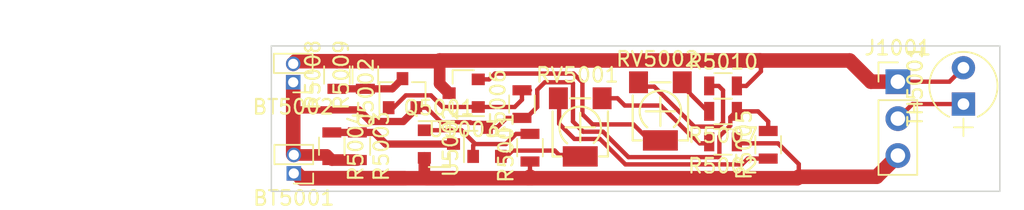
<source format=kicad_pcb>
(kicad_pcb (version 20170123) (host pcbnew no-vcs-found-01f5a12~58~ubuntu16.04.1)

  (general
    (links 33)
    (no_connects 0)
    (area 101.225 106.689285 171.9025 121.5575)
    (thickness 1.6)
    (drawings 5)
    (tracks 146)
    (zones 0)
    (modules 20)
    (nets 15)
  )

  (page A4)
  (layers
    (0 F.Cu signal)
    (31 B.Cu signal)
    (32 B.Adhes user)
    (33 F.Adhes user)
    (34 B.Paste user)
    (35 F.Paste user)
    (36 B.SilkS user)
    (37 F.SilkS user hide)
    (38 B.Mask user)
    (39 F.Mask user)
    (40 Dwgs.User user)
    (41 Cmts.User user)
    (42 Eco1.User user)
    (43 Eco2.User user)
    (44 Edge.Cuts user)
    (45 Margin user)
    (46 B.CrtYd user)
    (47 F.CrtYd user)
    (48 B.Fab user)
    (49 F.Fab user)
  )

  (setup
    (last_trace_width 0.3)
    (user_trace_width 0.5)
    (user_trace_width 0.8)
    (user_trace_width 1)
    (trace_clearance 0.2)
    (zone_clearance 0.508)
    (zone_45_only no)
    (trace_min 0.2)
    (segment_width 0.2)
    (edge_width 0.1)
    (via_size 0.8)
    (via_drill 0.4)
    (via_min_size 0.4)
    (via_min_drill 0.3)
    (uvia_size 0.3)
    (uvia_drill 0.1)
    (uvias_allowed no)
    (uvia_min_size 0.2)
    (uvia_min_drill 0.1)
    (pcb_text_width 0.3)
    (pcb_text_size 1.5 1.5)
    (mod_edge_width 0.15)
    (mod_text_size 1 1)
    (mod_text_width 0.15)
    (pad_size 1.5 1.5)
    (pad_drill 0.6)
    (pad_to_mask_clearance 0)
    (aux_axis_origin 120 120)
    (grid_origin 120 120)
    (visible_elements FFFFFF7F)
    (pcbplotparams
      (layerselection 0x01000_7fffffff)
      (usegerberextensions false)
      (excludeedgelayer true)
      (linewidth 0.050000)
      (plotframeref false)
      (viasonmask false)
      (mode 1)
      (useauxorigin true)
      (hpglpennumber 1)
      (hpglpenspeed 20)
      (hpglpendiameter 15)
      (psnegative false)
      (psa4output false)
      (plotreference true)
      (plotvalue true)
      (plotinvisibletext false)
      (padsonsilk false)
      (subtractmaskfromsilk false)
      (outputformat 1)
      (mirror false)
      (drillshape 0)
      (scaleselection 1)
      (outputdirectory out/battery/))
  )

  (net 0 "")
  (net 1 "Net-(R5002-Pad2)")
  (net 2 "Net-(RV5001-Pad2)")
  (net 3 "Net-(R5005-Pad1)")
  (net 4 "Net-(R5010-Pad1)")
  (net 5 "Net-(RV5002-Pad2)")
  (net 6 "Net-(R5007-Pad2)")
  (net 7 "Net-(Q5002-Pad1)")
  (net 8 /B-)
  (net 9 "Net-(Q5001-Pad1)")
  (net 10 /B+)
  (net 11 "Net-(Q5001-Pad3)")
  (net 12 "Net-(Q5002-Pad3)")
  (net 13 "Net-(BT5001-Pad2)")
  (net 14 /NTC)

  (net_class Default "This is the default net class."
    (clearance 0.2)
    (trace_width 0.3)
    (via_dia 0.8)
    (via_drill 0.4)
    (uvia_dia 0.3)
    (uvia_drill 0.1)
    (add_net /B+)
    (add_net /B-)
    (add_net /NTC)
    (add_net "Net-(BT5001-Pad2)")
    (add_net "Net-(Q5001-Pad1)")
    (add_net "Net-(Q5001-Pad3)")
    (add_net "Net-(Q5002-Pad1)")
    (add_net "Net-(Q5002-Pad3)")
    (add_net "Net-(R5002-Pad2)")
    (add_net "Net-(R5005-Pad1)")
    (add_net "Net-(R5007-Pad2)")
    (add_net "Net-(R5010-Pad1)")
    (add_net "Net-(RV5001-Pad2)")
    (add_net "Net-(RV5002-Pad2)")
  )

  (module Socket_Strips:Socket_Strip_Straight_1x02_Pitch1.27mm (layer F.Cu) (tedit 58CD5453) (tstamp 58E6B510)
    (at 121.54 118.77 180)
    (descr "Through hole straight socket strip, 1x02, 1.27mm pitch, single row")
    (tags "Through hole socket strip THT 1x02 1.27mm single row")
    (path /589ABFFA)
    (fp_text reference BT5001 (at 0 -1.695 180) (layer F.SilkS)
      (effects (font (size 1 1) (thickness 0.15)))
    )
    (fp_text value "LiPo 2200mAh 51x68x5" (at 11.04 0.27 180) (layer F.Fab)
      (effects (font (size 1 1) (thickness 0.15)))
    )
    (fp_line (start -1.27 -0.635) (end -1.27 1.905) (layer F.Fab) (width 0.1))
    (fp_line (start -1.27 1.905) (end 1.27 1.905) (layer F.Fab) (width 0.1))
    (fp_line (start 1.27 1.905) (end 1.27 -0.635) (layer F.Fab) (width 0.1))
    (fp_line (start 1.27 -0.635) (end -1.27 -0.635) (layer F.Fab) (width 0.1))
    (fp_line (start -1.33 0.635) (end -1.33 1.965) (layer F.SilkS) (width 0.12))
    (fp_line (start -1.33 1.965) (end 1.33 1.965) (layer F.SilkS) (width 0.12))
    (fp_line (start 1.33 1.965) (end 1.33 0.635) (layer F.SilkS) (width 0.12))
    (fp_line (start 1.33 0.635) (end -1.33 0.635) (layer F.SilkS) (width 0.12))
    (fp_line (start -1.33 0) (end -1.33 -0.695) (layer F.SilkS) (width 0.12))
    (fp_line (start -1.33 -0.695) (end 0 -0.695) (layer F.SilkS) (width 0.12))
    (fp_line (start -1.8 -1.15) (end -1.8 2.45) (layer F.CrtYd) (width 0.05))
    (fp_line (start -1.8 2.45) (end 1.8 2.45) (layer F.CrtYd) (width 0.05))
    (fp_line (start 1.8 2.45) (end 1.8 -1.15) (layer F.CrtYd) (width 0.05))
    (fp_line (start 1.8 -1.15) (end -1.8 -1.15) (layer F.CrtYd) (width 0.05))
    (fp_text user %R (at 0 -1.695 180) (layer F.Fab)
      (effects (font (size 1 1) (thickness 0.15)))
    )
    (pad 1 thru_hole rect (at 0 0 180) (size 1 1) (drill 0.7) (layers *.Cu *.Mask)
      (net 10 /B+))
    (pad 2 thru_hole oval (at 0 1.27 180) (size 1 1) (drill 0.7) (layers *.Cu *.Mask)
      (net 13 "Net-(BT5001-Pad2)"))
    (model ${KISYS3DMOD}/Socket_Strips.3dshapes/Socket_Strip_Straight_1x02_Pitch1.27mm.wrl
      (at (xyz 0 0 0))
      (scale (xyz 1 1 1))
      (rotate (xyz 0 0 0))
    )
  )

  (module Socket_Strips:Socket_Strip_Straight_1x02_Pitch1.27mm (layer F.Cu) (tedit 58CD5453) (tstamp 58E6B4D4)
    (at 121.5 112.5 180)
    (descr "Through hole straight socket strip, 1x02, 1.27mm pitch, single row")
    (tags "Through hole socket strip THT 1x02 1.27mm single row")
    (path /589AC03D)
    (fp_text reference BT5002 (at 0 -1.695 180) (layer F.SilkS)
      (effects (font (size 1 1) (thickness 0.15)))
    )
    (fp_text value "LiPo 2200mAh 51x68x5" (at 11 1 180) (layer F.Fab)
      (effects (font (size 1 1) (thickness 0.15)))
    )
    (fp_text user %R (at 0 -1.695 180) (layer F.Fab)
      (effects (font (size 1 1) (thickness 0.15)))
    )
    (fp_line (start 1.8 -1.15) (end -1.8 -1.15) (layer F.CrtYd) (width 0.05))
    (fp_line (start 1.8 2.45) (end 1.8 -1.15) (layer F.CrtYd) (width 0.05))
    (fp_line (start -1.8 2.45) (end 1.8 2.45) (layer F.CrtYd) (width 0.05))
    (fp_line (start -1.8 -1.15) (end -1.8 2.45) (layer F.CrtYd) (width 0.05))
    (fp_line (start -1.33 -0.695) (end 0 -0.695) (layer F.SilkS) (width 0.12))
    (fp_line (start -1.33 0) (end -1.33 -0.695) (layer F.SilkS) (width 0.12))
    (fp_line (start 1.33 0.635) (end -1.33 0.635) (layer F.SilkS) (width 0.12))
    (fp_line (start 1.33 1.965) (end 1.33 0.635) (layer F.SilkS) (width 0.12))
    (fp_line (start -1.33 1.965) (end 1.33 1.965) (layer F.SilkS) (width 0.12))
    (fp_line (start -1.33 0.635) (end -1.33 1.965) (layer F.SilkS) (width 0.12))
    (fp_line (start 1.27 -0.635) (end -1.27 -0.635) (layer F.Fab) (width 0.1))
    (fp_line (start 1.27 1.905) (end 1.27 -0.635) (layer F.Fab) (width 0.1))
    (fp_line (start -1.27 1.905) (end 1.27 1.905) (layer F.Fab) (width 0.1))
    (fp_line (start -1.27 -0.635) (end -1.27 1.905) (layer F.Fab) (width 0.1))
    (pad 2 thru_hole oval (at 0 1.27 180) (size 1 1) (drill 0.7) (layers *.Cu *.Mask)
      (net 8 /B-))
    (pad 1 thru_hole rect (at 0 0 180) (size 1 1) (drill 0.7) (layers *.Cu *.Mask)
      (net 13 "Net-(BT5001-Pad2)"))
    (model ${KISYS3DMOD}/Socket_Strips.3dshapes/Socket_Strip_Straight_1x02_Pitch1.27mm.wrl
      (at (xyz 0 0 0))
      (scale (xyz 1 1 1))
      (rotate (xyz 0 0 0))
    )
  )

  (module Socket_Strips:Socket_Strip_Straight_1x03_Pitch2.54mm (layer F.Cu) (tedit 58CD5446) (tstamp 58E67B9D)
    (at 163 112.46)
    (descr "Through hole straight socket strip, 1x03, 2.54mm pitch, single row")
    (tags "Through hole socket strip THT 1x03 2.54mm single row")
    (path /58E61493)
    (fp_text reference J1001 (at 0 -2.33) (layer F.SilkS)
      (effects (font (size 1 1) (thickness 0.15)))
    )
    (fp_text value CONN_01X03 (at 0 7.41) (layer F.Fab)
      (effects (font (size 1 1) (thickness 0.15)))
    )
    (fp_text user %R (at 0 -2.33) (layer F.Fab)
      (effects (font (size 1 1) (thickness 0.15)))
    )
    (fp_line (start 1.8 -1.8) (end -1.8 -1.8) (layer F.CrtYd) (width 0.05))
    (fp_line (start 1.8 6.85) (end 1.8 -1.8) (layer F.CrtYd) (width 0.05))
    (fp_line (start -1.8 6.85) (end 1.8 6.85) (layer F.CrtYd) (width 0.05))
    (fp_line (start -1.8 -1.8) (end -1.8 6.85) (layer F.CrtYd) (width 0.05))
    (fp_line (start -1.33 -1.33) (end 0 -1.33) (layer F.SilkS) (width 0.12))
    (fp_line (start -1.33 0) (end -1.33 -1.33) (layer F.SilkS) (width 0.12))
    (fp_line (start 1.33 1.27) (end -1.33 1.27) (layer F.SilkS) (width 0.12))
    (fp_line (start 1.33 6.41) (end 1.33 1.27) (layer F.SilkS) (width 0.12))
    (fp_line (start -1.33 6.41) (end 1.33 6.41) (layer F.SilkS) (width 0.12))
    (fp_line (start -1.33 1.27) (end -1.33 6.41) (layer F.SilkS) (width 0.12))
    (fp_line (start 1.27 -1.27) (end -1.27 -1.27) (layer F.Fab) (width 0.1))
    (fp_line (start 1.27 6.35) (end 1.27 -1.27) (layer F.Fab) (width 0.1))
    (fp_line (start -1.27 6.35) (end 1.27 6.35) (layer F.Fab) (width 0.1))
    (fp_line (start -1.27 -1.27) (end -1.27 6.35) (layer F.Fab) (width 0.1))
    (pad 3 thru_hole oval (at 0 5.08) (size 1.7 1.7) (drill 1) (layers *.Cu *.Mask)
      (net 10 /B+))
    (pad 2 thru_hole oval (at 0 2.54) (size 1.7 1.7) (drill 1) (layers *.Cu *.Mask)
      (net 14 /NTC))
    (pad 1 thru_hole rect (at 0 0) (size 1.7 1.7) (drill 1) (layers *.Cu *.Mask)
      (net 8 /B-))
    (model ${KISYS3DMOD}/Socket_Strips.3dshapes/Socket_Strip_Straight_1x03_Pitch2.54mm.wrl
      (at (xyz 0 -0.1 0))
      (scale (xyz 1 1 1))
      (rotate (xyz 0 0 270))
    )
  )

  (module Capacitors_ThroughHole:CP_Radial_Tantal_D4.5mm_P2.50mm (layer F.Cu) (tedit 58765D06) (tstamp 58E6458D)
    (at 167.5 114 90)
    (descr "CP, Radial_Tantal series, Radial, pin pitch=2.50mm, , diameter=4.5mm, Tantal Electrolytic Capacitor, http://cdn-reichelt.de/documents/datenblatt/B300/TANTAL-TB-Serie%23.pdf")
    (tags "CP Radial_Tantal series Radial pin pitch 2.50mm  diameter 4.5mm Tantal Electrolytic Capacitor")
    (path /589AC07A)
    (fp_text reference TH5001 (at 1.25 -3.31 90) (layer F.SilkS)
      (effects (font (size 1 1) (thickness 0.15)))
    )
    (fp_text value 10k (at 1.25 3.31 90) (layer F.Fab)
      (effects (font (size 1 1) (thickness 0.15)))
    )
    (fp_line (start 3.85 -2.6) (end -1.35 -2.6) (layer F.CrtYd) (width 0.05))
    (fp_line (start 3.85 2.6) (end 3.85 -2.6) (layer F.CrtYd) (width 0.05))
    (fp_line (start -1.35 2.6) (end 3.85 2.6) (layer F.CrtYd) (width 0.05))
    (fp_line (start -1.35 -2.6) (end -1.35 2.6) (layer F.CrtYd) (width 0.05))
    (fp_line (start -1.6 -0.65) (end -1.6 0.65) (layer F.SilkS) (width 0.12))
    (fp_line (start -2.2 0) (end -1 0) (layer F.SilkS) (width 0.12))
    (fp_line (start -1.6 -0.65) (end -1.6 0.65) (layer F.Fab) (width 0.1))
    (fp_line (start -2.2 0) (end -1 0) (layer F.Fab) (width 0.1))
    (fp_circle (center 1.25 0) (end 3.5 0) (layer F.Fab) (width 0.1))
    (fp_arc (start 1.25 0) (end 3.3749 -0.98) (angle 49.5) (layer F.SilkS) (width 0.12))
    (fp_arc (start 1.25 0) (end -0.8749 0.98) (angle -130.5) (layer F.SilkS) (width 0.12))
    (fp_arc (start 1.25 0) (end -0.8749 -0.98) (angle 130.5) (layer F.SilkS) (width 0.12))
    (pad 2 thru_hole circle (at 2.5 0 90) (size 1.6 1.6) (drill 0.8) (layers *.Cu *.Mask)
      (net 8 /B-))
    (pad 1 thru_hole rect (at 0 0 90) (size 1.6 1.6) (drill 0.8) (layers *.Cu *.Mask)
      (net 14 /NTC))
    (model Capacitors_THT.3dshapes/CP_Radial_Tantal_D4.5mm_P2.50mm.wrl
      (at (xyz 0 0 0))
      (scale (xyz 0.393701 0.393701 0.393701))
      (rotate (xyz 0 0 0))
    )
  )

  (module Resistors_SMD:R_0805 (layer F.Cu) (tedit 58E0A804) (tstamp 58E6455B)
    (at 124.15 116.9 270)
    (descr "Resistor SMD 0805, reflow soldering, Vishay (see dcrcw.pdf)")
    (tags "resistor 0805")
    (path /589AEB2B)
    (attr smd)
    (fp_text reference R5004 (at 0 -1.65 270) (layer F.SilkS)
      (effects (font (size 1 1) (thickness 0.15)))
    )
    (fp_text value 40R (at 0 1.75 270) (layer F.Fab)
      (effects (font (size 1 1) (thickness 0.15)))
    )
    (fp_text user %R (at 0 0 270) (layer F.Fab)
      (effects (font (size 0.5 0.5) (thickness 0.075)))
    )
    (fp_line (start -1 0.62) (end -1 -0.62) (layer F.Fab) (width 0.1))
    (fp_line (start 1 0.62) (end -1 0.62) (layer F.Fab) (width 0.1))
    (fp_line (start 1 -0.62) (end 1 0.62) (layer F.Fab) (width 0.1))
    (fp_line (start -1 -0.62) (end 1 -0.62) (layer F.Fab) (width 0.1))
    (fp_line (start 0.6 0.88) (end -0.6 0.88) (layer F.SilkS) (width 0.12))
    (fp_line (start -0.6 -0.88) (end 0.6 -0.88) (layer F.SilkS) (width 0.12))
    (fp_line (start -1.55 -0.9) (end 1.55 -0.9) (layer F.CrtYd) (width 0.05))
    (fp_line (start -1.55 -0.9) (end -1.55 0.9) (layer F.CrtYd) (width 0.05))
    (fp_line (start 1.55 0.9) (end 1.55 -0.9) (layer F.CrtYd) (width 0.05))
    (fp_line (start 1.55 0.9) (end -1.55 0.9) (layer F.CrtYd) (width 0.05))
    (pad 1 smd rect (at -0.95 0 270) (size 0.7 1.3) (layers F.Cu F.Paste F.Mask)
      (net 11 "Net-(Q5001-Pad3)"))
    (pad 2 smd rect (at 0.95 0 270) (size 0.7 1.3) (layers F.Cu F.Paste F.Mask)
      (net 13 "Net-(BT5001-Pad2)"))
    (model ${KISYS3DMOD}/Resistors_SMD.3dshapes/R_0805.wrl
      (at (xyz 0 0 0))
      (scale (xyz 1 1 1))
      (rotate (xyz 0 0 0))
    )
  )

  (module Resistors_SMD:R_0805 (layer F.Cu) (tedit 58E0A804) (tstamp 58E6452A)
    (at 137.2 114 90)
    (descr "Resistor SMD 0805, reflow soldering, Vishay (see dcrcw.pdf)")
    (tags "resistor 0805")
    (path /589AC060)
    (attr smd)
    (fp_text reference R5006 (at 0 -1.65 90) (layer F.SilkS)
      (effects (font (size 1 1) (thickness 0.15)))
    )
    (fp_text value 10k (at 0 1.75 90) (layer F.Fab)
      (effects (font (size 1 1) (thickness 0.15)))
    )
    (fp_line (start 1.55 0.9) (end -1.55 0.9) (layer F.CrtYd) (width 0.05))
    (fp_line (start 1.55 0.9) (end 1.55 -0.9) (layer F.CrtYd) (width 0.05))
    (fp_line (start -1.55 -0.9) (end -1.55 0.9) (layer F.CrtYd) (width 0.05))
    (fp_line (start -1.55 -0.9) (end 1.55 -0.9) (layer F.CrtYd) (width 0.05))
    (fp_line (start -0.6 -0.88) (end 0.6 -0.88) (layer F.SilkS) (width 0.12))
    (fp_line (start 0.6 0.88) (end -0.6 0.88) (layer F.SilkS) (width 0.12))
    (fp_line (start -1 -0.62) (end 1 -0.62) (layer F.Fab) (width 0.1))
    (fp_line (start 1 -0.62) (end 1 0.62) (layer F.Fab) (width 0.1))
    (fp_line (start 1 0.62) (end -1 0.62) (layer F.Fab) (width 0.1))
    (fp_line (start -1 0.62) (end -1 -0.62) (layer F.Fab) (width 0.1))
    (fp_text user %R (at 0 0 90) (layer F.Fab)
      (effects (font (size 0.5 0.5) (thickness 0.075)))
    )
    (pad 2 smd rect (at 0.95 0 90) (size 0.7 1.3) (layers F.Cu F.Paste F.Mask)
      (net 7 "Net-(Q5002-Pad1)"))
    (pad 1 smd rect (at -0.95 0 90) (size 0.7 1.3) (layers F.Cu F.Paste F.Mask)
      (net 13 "Net-(BT5001-Pad2)"))
    (model ${KISYS3DMOD}/Resistors_SMD.3dshapes/R_0805.wrl
      (at (xyz 0 0 0))
      (scale (xyz 1 1 1))
      (rotate (xyz 0 0 0))
    )
  )

  (module Resistors_SMD:R_0805 (layer F.Cu) (tedit 58E0A804) (tstamp 58E644F9)
    (at 151 114.5 180)
    (descr "Resistor SMD 0805, reflow soldering, Vishay (see dcrcw.pdf)")
    (tags "resistor 0805")
    (path /589AC052)
    (attr smd)
    (fp_text reference R5007 (at 0 -1.65 180) (layer F.SilkS)
      (effects (font (size 1 1) (thickness 0.15)))
    )
    (fp_text value 150k (at 0 1.75 180) (layer F.Fab)
      (effects (font (size 1 1) (thickness 0.15)))
    )
    (fp_text user %R (at 0 0 180) (layer F.Fab)
      (effects (font (size 0.5 0.5) (thickness 0.075)))
    )
    (fp_line (start -1 0.62) (end -1 -0.62) (layer F.Fab) (width 0.1))
    (fp_line (start 1 0.62) (end -1 0.62) (layer F.Fab) (width 0.1))
    (fp_line (start 1 -0.62) (end 1 0.62) (layer F.Fab) (width 0.1))
    (fp_line (start -1 -0.62) (end 1 -0.62) (layer F.Fab) (width 0.1))
    (fp_line (start 0.6 0.88) (end -0.6 0.88) (layer F.SilkS) (width 0.12))
    (fp_line (start -0.6 -0.88) (end 0.6 -0.88) (layer F.SilkS) (width 0.12))
    (fp_line (start -1.55 -0.9) (end 1.55 -0.9) (layer F.CrtYd) (width 0.05))
    (fp_line (start -1.55 -0.9) (end -1.55 0.9) (layer F.CrtYd) (width 0.05))
    (fp_line (start 1.55 0.9) (end 1.55 -0.9) (layer F.CrtYd) (width 0.05))
    (fp_line (start 1.55 0.9) (end -1.55 0.9) (layer F.CrtYd) (width 0.05))
    (pad 1 smd rect (at -0.95 0 180) (size 0.7 1.3) (layers F.Cu F.Paste F.Mask)
      (net 13 "Net-(BT5001-Pad2)"))
    (pad 2 smd rect (at 0.95 0 180) (size 0.7 1.3) (layers F.Cu F.Paste F.Mask)
      (net 6 "Net-(R5007-Pad2)"))
    (model ${KISYS3DMOD}/Resistors_SMD.3dshapes/R_0805.wrl
      (at (xyz 0 0 0))
      (scale (xyz 1 1 1))
      (rotate (xyz 0 0 0))
    )
  )

  (module Resistors_SMD:R_0805 (layer F.Cu) (tedit 58E0A804) (tstamp 58E644C8)
    (at 124.5 112 90)
    (descr "Resistor SMD 0805, reflow soldering, Vishay (see dcrcw.pdf)")
    (tags "resistor 0805")
    (path /589AC067)
    (attr smd)
    (fp_text reference R5008 (at 0 -1.65 90) (layer F.SilkS)
      (effects (font (size 1 1) (thickness 0.15)))
    )
    (fp_text value 40R (at 0 1.75 90) (layer F.Fab)
      (effects (font (size 1 1) (thickness 0.15)))
    )
    (fp_line (start 1.55 0.9) (end -1.55 0.9) (layer F.CrtYd) (width 0.05))
    (fp_line (start 1.55 0.9) (end 1.55 -0.9) (layer F.CrtYd) (width 0.05))
    (fp_line (start -1.55 -0.9) (end -1.55 0.9) (layer F.CrtYd) (width 0.05))
    (fp_line (start -1.55 -0.9) (end 1.55 -0.9) (layer F.CrtYd) (width 0.05))
    (fp_line (start -0.6 -0.88) (end 0.6 -0.88) (layer F.SilkS) (width 0.12))
    (fp_line (start 0.6 0.88) (end -0.6 0.88) (layer F.SilkS) (width 0.12))
    (fp_line (start -1 -0.62) (end 1 -0.62) (layer F.Fab) (width 0.1))
    (fp_line (start 1 -0.62) (end 1 0.62) (layer F.Fab) (width 0.1))
    (fp_line (start 1 0.62) (end -1 0.62) (layer F.Fab) (width 0.1))
    (fp_line (start -1 0.62) (end -1 -0.62) (layer F.Fab) (width 0.1))
    (fp_text user %R (at 0 0 90) (layer F.Fab)
      (effects (font (size 0.5 0.5) (thickness 0.075)))
    )
    (pad 2 smd rect (at 0.95 0 90) (size 0.7 1.3) (layers F.Cu F.Paste F.Mask)
      (net 8 /B-))
    (pad 1 smd rect (at -0.95 0 90) (size 0.7 1.3) (layers F.Cu F.Paste F.Mask)
      (net 12 "Net-(Q5002-Pad3)"))
    (model ${KISYS3DMOD}/Resistors_SMD.3dshapes/R_0805.wrl
      (at (xyz 0 0 0))
      (scale (xyz 1 1 1))
      (rotate (xyz 0 0 0))
    )
  )

  (module Resistors_SMD:R_0805 (layer F.Cu) (tedit 58E0A804) (tstamp 58E64497)
    (at 126.45 112 90)
    (descr "Resistor SMD 0805, reflow soldering, Vishay (see dcrcw.pdf)")
    (tags "resistor 0805")
    (path /589AEC5C)
    (attr smd)
    (fp_text reference R5009 (at 0 -1.65 90) (layer F.SilkS)
      (effects (font (size 1 1) (thickness 0.15)))
    )
    (fp_text value 40R (at 0 1.75 90) (layer F.Fab)
      (effects (font (size 1 1) (thickness 0.15)))
    )
    (fp_text user %R (at 0 0 90) (layer F.Fab)
      (effects (font (size 0.5 0.5) (thickness 0.075)))
    )
    (fp_line (start -1 0.62) (end -1 -0.62) (layer F.Fab) (width 0.1))
    (fp_line (start 1 0.62) (end -1 0.62) (layer F.Fab) (width 0.1))
    (fp_line (start 1 -0.62) (end 1 0.62) (layer F.Fab) (width 0.1))
    (fp_line (start -1 -0.62) (end 1 -0.62) (layer F.Fab) (width 0.1))
    (fp_line (start 0.6 0.88) (end -0.6 0.88) (layer F.SilkS) (width 0.12))
    (fp_line (start -0.6 -0.88) (end 0.6 -0.88) (layer F.SilkS) (width 0.12))
    (fp_line (start -1.55 -0.9) (end 1.55 -0.9) (layer F.CrtYd) (width 0.05))
    (fp_line (start -1.55 -0.9) (end -1.55 0.9) (layer F.CrtYd) (width 0.05))
    (fp_line (start 1.55 0.9) (end 1.55 -0.9) (layer F.CrtYd) (width 0.05))
    (fp_line (start 1.55 0.9) (end -1.55 0.9) (layer F.CrtYd) (width 0.05))
    (pad 1 smd rect (at -0.95 0 90) (size 0.7 1.3) (layers F.Cu F.Paste F.Mask)
      (net 12 "Net-(Q5002-Pad3)"))
    (pad 2 smd rect (at 0.95 0 90) (size 0.7 1.3) (layers F.Cu F.Paste F.Mask)
      (net 8 /B-))
    (model ${KISYS3DMOD}/Resistors_SMD.3dshapes/R_0805.wrl
      (at (xyz 0 0 0))
      (scale (xyz 1 1 1))
      (rotate (xyz 0 0 0))
    )
  )

  (module Resistors_SMD:R_0805 (layer F.Cu) (tedit 58E0A804) (tstamp 58E64466)
    (at 151 112.75)
    (descr "Resistor SMD 0805, reflow soldering, Vishay (see dcrcw.pdf)")
    (tags "resistor 0805")
    (path /589AC059)
    (attr smd)
    (fp_text reference R5010 (at 0 -1.65) (layer F.SilkS)
      (effects (font (size 1 1) (thickness 0.15)))
    )
    (fp_text value 220k (at 0 1.75) (layer F.Fab)
      (effects (font (size 1 1) (thickness 0.15)))
    )
    (fp_line (start 1.55 0.9) (end -1.55 0.9) (layer F.CrtYd) (width 0.05))
    (fp_line (start 1.55 0.9) (end 1.55 -0.9) (layer F.CrtYd) (width 0.05))
    (fp_line (start -1.55 -0.9) (end -1.55 0.9) (layer F.CrtYd) (width 0.05))
    (fp_line (start -1.55 -0.9) (end 1.55 -0.9) (layer F.CrtYd) (width 0.05))
    (fp_line (start -0.6 -0.88) (end 0.6 -0.88) (layer F.SilkS) (width 0.12))
    (fp_line (start 0.6 0.88) (end -0.6 0.88) (layer F.SilkS) (width 0.12))
    (fp_line (start -1 -0.62) (end 1 -0.62) (layer F.Fab) (width 0.1))
    (fp_line (start 1 -0.62) (end 1 0.62) (layer F.Fab) (width 0.1))
    (fp_line (start 1 0.62) (end -1 0.62) (layer F.Fab) (width 0.1))
    (fp_line (start -1 0.62) (end -1 -0.62) (layer F.Fab) (width 0.1))
    (fp_text user %R (at 0 0) (layer F.Fab)
      (effects (font (size 0.5 0.5) (thickness 0.075)))
    )
    (pad 2 smd rect (at 0.95 0) (size 0.7 1.3) (layers F.Cu F.Paste F.Mask)
      (net 8 /B-))
    (pad 1 smd rect (at -0.95 0) (size 0.7 1.3) (layers F.Cu F.Paste F.Mask)
      (net 4 "Net-(R5010-Pad1)"))
    (model ${KISYS3DMOD}/Resistors_SMD.3dshapes/R_0805.wrl
      (at (xyz 0 0 0))
      (scale (xyz 1 1 1))
      (rotate (xyz 0 0 0))
    )
  )

  (module Resistors_SMD:R_0805 (layer F.Cu) (tedit 58E0A804) (tstamp 58E64435)
    (at 125.9 116.9 270)
    (descr "Resistor SMD 0805, reflow soldering, Vishay (see dcrcw.pdf)")
    (tags "resistor 0805")
    (path /589AC024)
    (attr smd)
    (fp_text reference R5003 (at 0 -1.65 270) (layer F.SilkS)
      (effects (font (size 1 1) (thickness 0.15)))
    )
    (fp_text value 40R (at 0 1.75 270) (layer F.Fab)
      (effects (font (size 1 1) (thickness 0.15)))
    )
    (fp_text user %R (at 0 0 270) (layer F.Fab)
      (effects (font (size 0.5 0.5) (thickness 0.075)))
    )
    (fp_line (start -1 0.62) (end -1 -0.62) (layer F.Fab) (width 0.1))
    (fp_line (start 1 0.62) (end -1 0.62) (layer F.Fab) (width 0.1))
    (fp_line (start 1 -0.62) (end 1 0.62) (layer F.Fab) (width 0.1))
    (fp_line (start -1 -0.62) (end 1 -0.62) (layer F.Fab) (width 0.1))
    (fp_line (start 0.6 0.88) (end -0.6 0.88) (layer F.SilkS) (width 0.12))
    (fp_line (start -0.6 -0.88) (end 0.6 -0.88) (layer F.SilkS) (width 0.12))
    (fp_line (start -1.55 -0.9) (end 1.55 -0.9) (layer F.CrtYd) (width 0.05))
    (fp_line (start -1.55 -0.9) (end -1.55 0.9) (layer F.CrtYd) (width 0.05))
    (fp_line (start 1.55 0.9) (end 1.55 -0.9) (layer F.CrtYd) (width 0.05))
    (fp_line (start 1.55 0.9) (end -1.55 0.9) (layer F.CrtYd) (width 0.05))
    (pad 1 smd rect (at -0.95 0 270) (size 0.7 1.3) (layers F.Cu F.Paste F.Mask)
      (net 11 "Net-(Q5001-Pad3)"))
    (pad 2 smd rect (at 0.95 0 270) (size 0.7 1.3) (layers F.Cu F.Paste F.Mask)
      (net 13 "Net-(BT5001-Pad2)"))
    (model ${KISYS3DMOD}/Resistors_SMD.3dshapes/R_0805.wrl
      (at (xyz 0 0 0))
      (scale (xyz 1 1 1))
      (rotate (xyz 0 0 0))
    )
  )

  (module Resistors_SMD:R_0805 (layer F.Cu) (tedit 58E0A804) (tstamp 58E64404)
    (at 151 116.6 180)
    (descr "Resistor SMD 0805, reflow soldering, Vishay (see dcrcw.pdf)")
    (tags "resistor 0805")
    (path /589AC00F)
    (attr smd)
    (fp_text reference R5002 (at 0 -1.65 180) (layer F.SilkS)
      (effects (font (size 1 1) (thickness 0.15)))
    )
    (fp_text value 150k (at 0 1.75 180) (layer F.Fab)
      (effects (font (size 1 1) (thickness 0.15)))
    )
    (fp_line (start 1.55 0.9) (end -1.55 0.9) (layer F.CrtYd) (width 0.05))
    (fp_line (start 1.55 0.9) (end 1.55 -0.9) (layer F.CrtYd) (width 0.05))
    (fp_line (start -1.55 -0.9) (end -1.55 0.9) (layer F.CrtYd) (width 0.05))
    (fp_line (start -1.55 -0.9) (end 1.55 -0.9) (layer F.CrtYd) (width 0.05))
    (fp_line (start -0.6 -0.88) (end 0.6 -0.88) (layer F.SilkS) (width 0.12))
    (fp_line (start 0.6 0.88) (end -0.6 0.88) (layer F.SilkS) (width 0.12))
    (fp_line (start -1 -0.62) (end 1 -0.62) (layer F.Fab) (width 0.1))
    (fp_line (start 1 -0.62) (end 1 0.62) (layer F.Fab) (width 0.1))
    (fp_line (start 1 0.62) (end -1 0.62) (layer F.Fab) (width 0.1))
    (fp_line (start -1 0.62) (end -1 -0.62) (layer F.Fab) (width 0.1))
    (fp_text user %R (at 0 0 180) (layer F.Fab)
      (effects (font (size 0.5 0.5) (thickness 0.075)))
    )
    (pad 2 smd rect (at 0.95 0 180) (size 0.7 1.3) (layers F.Cu F.Paste F.Mask)
      (net 1 "Net-(R5002-Pad2)"))
    (pad 1 smd rect (at -0.95 0 180) (size 0.7 1.3) (layers F.Cu F.Paste F.Mask)
      (net 10 /B+))
    (model ${KISYS3DMOD}/Resistors_SMD.3dshapes/R_0805.wrl
      (at (xyz 0 0 0))
      (scale (xyz 1 1 1))
      (rotate (xyz 0 0 0))
    )
  )

  (module Resistors_SMD:R_0805 (layer F.Cu) (tedit 58E0A804) (tstamp 58E643D3)
    (at 137.75 117 90)
    (descr "Resistor SMD 0805, reflow soldering, Vishay (see dcrcw.pdf)")
    (tags "resistor 0805")
    (path /589AC01D)
    (attr smd)
    (fp_text reference R5001 (at 0 -1.65 90) (layer F.SilkS)
      (effects (font (size 1 1) (thickness 0.15)))
    )
    (fp_text value 10k (at 0 1.75 90) (layer F.Fab)
      (effects (font (size 1 1) (thickness 0.15)))
    )
    (fp_text user %R (at 0 0 90) (layer F.Fab)
      (effects (font (size 0.5 0.5) (thickness 0.075)))
    )
    (fp_line (start -1 0.62) (end -1 -0.62) (layer F.Fab) (width 0.1))
    (fp_line (start 1 0.62) (end -1 0.62) (layer F.Fab) (width 0.1))
    (fp_line (start 1 -0.62) (end 1 0.62) (layer F.Fab) (width 0.1))
    (fp_line (start -1 -0.62) (end 1 -0.62) (layer F.Fab) (width 0.1))
    (fp_line (start 0.6 0.88) (end -0.6 0.88) (layer F.SilkS) (width 0.12))
    (fp_line (start -0.6 -0.88) (end 0.6 -0.88) (layer F.SilkS) (width 0.12))
    (fp_line (start -1.55 -0.9) (end 1.55 -0.9) (layer F.CrtYd) (width 0.05))
    (fp_line (start -1.55 -0.9) (end -1.55 0.9) (layer F.CrtYd) (width 0.05))
    (fp_line (start 1.55 0.9) (end 1.55 -0.9) (layer F.CrtYd) (width 0.05))
    (fp_line (start 1.55 0.9) (end -1.55 0.9) (layer F.CrtYd) (width 0.05))
    (pad 1 smd rect (at -0.95 0 90) (size 0.7 1.3) (layers F.Cu F.Paste F.Mask)
      (net 10 /B+))
    (pad 2 smd rect (at 0.95 0 90) (size 0.7 1.3) (layers F.Cu F.Paste F.Mask)
      (net 9 "Net-(Q5001-Pad1)"))
    (model ${KISYS3DMOD}/Resistors_SMD.3dshapes/R_0805.wrl
      (at (xyz 0 0 0))
      (scale (xyz 1 1 1))
      (rotate (xyz 0 0 0))
    )
  )

  (module Resistors_SMD:R_0805 (layer F.Cu) (tedit 58E0A804) (tstamp 58E643A2)
    (at 154.1 116.8 90)
    (descr "Resistor SMD 0805, reflow soldering, Vishay (see dcrcw.pdf)")
    (tags "resistor 0805")
    (path /589AC016)
    (attr smd)
    (fp_text reference R5005 (at 0 -1.65 90) (layer F.SilkS)
      (effects (font (size 1 1) (thickness 0.15)))
    )
    (fp_text value 220k (at 0 1.75 90) (layer F.Fab)
      (effects (font (size 1 1) (thickness 0.15)))
    )
    (fp_line (start 1.55 0.9) (end -1.55 0.9) (layer F.CrtYd) (width 0.05))
    (fp_line (start 1.55 0.9) (end 1.55 -0.9) (layer F.CrtYd) (width 0.05))
    (fp_line (start -1.55 -0.9) (end -1.55 0.9) (layer F.CrtYd) (width 0.05))
    (fp_line (start -1.55 -0.9) (end 1.55 -0.9) (layer F.CrtYd) (width 0.05))
    (fp_line (start -0.6 -0.88) (end 0.6 -0.88) (layer F.SilkS) (width 0.12))
    (fp_line (start 0.6 0.88) (end -0.6 0.88) (layer F.SilkS) (width 0.12))
    (fp_line (start -1 -0.62) (end 1 -0.62) (layer F.Fab) (width 0.1))
    (fp_line (start 1 -0.62) (end 1 0.62) (layer F.Fab) (width 0.1))
    (fp_line (start 1 0.62) (end -1 0.62) (layer F.Fab) (width 0.1))
    (fp_line (start -1 0.62) (end -1 -0.62) (layer F.Fab) (width 0.1))
    (fp_text user %R (at 0 0 90) (layer F.Fab)
      (effects (font (size 0.5 0.5) (thickness 0.075)))
    )
    (pad 2 smd rect (at 0.95 0 90) (size 0.7 1.3) (layers F.Cu F.Paste F.Mask)
      (net 13 "Net-(BT5001-Pad2)"))
    (pad 1 smd rect (at -0.95 0 90) (size 0.7 1.3) (layers F.Cu F.Paste F.Mask)
      (net 3 "Net-(R5005-Pad1)"))
    (model ${KISYS3DMOD}/Resistors_SMD.3dshapes/R_0805.wrl
      (at (xyz 0 0 0))
      (scale (xyz 1 1 1))
      (rotate (xyz 0 0 0))
    )
  )

  (module TO_SOT_Packages_SMD:SOT-23 (layer F.Cu) (tedit 58CE4E7E) (tstamp 58E642EF)
    (at 134.8 116.6 90)
    (descr "SOT-23, Standard")
    (tags SOT-23)
    (path /589AC001)
    (attr smd)
    (fp_text reference U5002 (at 0 -2.5 90) (layer F.SilkS)
      (effects (font (size 1 1) (thickness 0.15)))
    )
    (fp_text value TL431 (at 0 2.5 90) (layer F.Fab)
      (effects (font (size 1 1) (thickness 0.15)))
    )
    (fp_text user %R (at 0 0 90) (layer F.Fab)
      (effects (font (size 0.5 0.5) (thickness 0.075)))
    )
    (fp_line (start -0.7 -0.95) (end -0.7 1.5) (layer F.Fab) (width 0.1))
    (fp_line (start -0.15 -1.52) (end 0.7 -1.52) (layer F.Fab) (width 0.1))
    (fp_line (start -0.7 -0.95) (end -0.15 -1.52) (layer F.Fab) (width 0.1))
    (fp_line (start 0.7 -1.52) (end 0.7 1.52) (layer F.Fab) (width 0.1))
    (fp_line (start -0.7 1.52) (end 0.7 1.52) (layer F.Fab) (width 0.1))
    (fp_line (start 0.76 1.58) (end 0.76 0.65) (layer F.SilkS) (width 0.12))
    (fp_line (start 0.76 -1.58) (end 0.76 -0.65) (layer F.SilkS) (width 0.12))
    (fp_line (start -1.7 -1.75) (end 1.7 -1.75) (layer F.CrtYd) (width 0.05))
    (fp_line (start 1.7 -1.75) (end 1.7 1.75) (layer F.CrtYd) (width 0.05))
    (fp_line (start 1.7 1.75) (end -1.7 1.75) (layer F.CrtYd) (width 0.05))
    (fp_line (start -1.7 1.75) (end -1.7 -1.75) (layer F.CrtYd) (width 0.05))
    (fp_line (start 0.76 -1.58) (end -1.4 -1.58) (layer F.SilkS) (width 0.12))
    (fp_line (start 0.76 1.58) (end -0.7 1.58) (layer F.SilkS) (width 0.12))
    (pad 1 smd rect (at -1 -0.95 90) (size 0.9 0.8) (layers F.Cu F.Paste F.Mask)
      (net 9 "Net-(Q5001-Pad1)"))
    (pad 2 smd rect (at -1 0.95 90) (size 0.9 0.8) (layers F.Cu F.Paste F.Mask)
      (net 2 "Net-(RV5001-Pad2)"))
    (pad 3 smd rect (at 1 0 90) (size 0.9 0.8) (layers F.Cu F.Paste F.Mask)
      (net 13 "Net-(BT5001-Pad2)"))
    (model ${KISYS3DMOD}/TO_SOT_Packages_SMD.3dshapes/SOT-23.wrl
      (at (xyz 0 0 0))
      (scale (xyz 1 1 1))
      (rotate (xyz 0 0 0))
    )
  )

  (module TO_SOT_Packages_SMD:SOT-23 (layer F.Cu) (tedit 58CE4E7E) (tstamp 58E642B2)
    (at 129 113.25 90)
    (descr "SOT-23, Standard")
    (tags SOT-23)
    (path /58A97BDE)
    (attr smd)
    (fp_text reference Q5002 (at 0 -2.5 90) (layer F.SilkS)
      (effects (font (size 1 1) (thickness 0.15)))
    )
    (fp_text value IRLML2244TRPbF (at 0 2.5 90) (layer F.Fab)
      (effects (font (size 1 1) (thickness 0.15)))
    )
    (fp_line (start 0.76 1.58) (end -0.7 1.58) (layer F.SilkS) (width 0.12))
    (fp_line (start 0.76 -1.58) (end -1.4 -1.58) (layer F.SilkS) (width 0.12))
    (fp_line (start -1.7 1.75) (end -1.7 -1.75) (layer F.CrtYd) (width 0.05))
    (fp_line (start 1.7 1.75) (end -1.7 1.75) (layer F.CrtYd) (width 0.05))
    (fp_line (start 1.7 -1.75) (end 1.7 1.75) (layer F.CrtYd) (width 0.05))
    (fp_line (start -1.7 -1.75) (end 1.7 -1.75) (layer F.CrtYd) (width 0.05))
    (fp_line (start 0.76 -1.58) (end 0.76 -0.65) (layer F.SilkS) (width 0.12))
    (fp_line (start 0.76 1.58) (end 0.76 0.65) (layer F.SilkS) (width 0.12))
    (fp_line (start -0.7 1.52) (end 0.7 1.52) (layer F.Fab) (width 0.1))
    (fp_line (start 0.7 -1.52) (end 0.7 1.52) (layer F.Fab) (width 0.1))
    (fp_line (start -0.7 -0.95) (end -0.15 -1.52) (layer F.Fab) (width 0.1))
    (fp_line (start -0.15 -1.52) (end 0.7 -1.52) (layer F.Fab) (width 0.1))
    (fp_line (start -0.7 -0.95) (end -0.7 1.5) (layer F.Fab) (width 0.1))
    (fp_text user %R (at 0 0 90) (layer F.Fab)
      (effects (font (size 0.5 0.5) (thickness 0.075)))
    )
    (pad 3 smd rect (at 1 0 90) (size 0.9 0.8) (layers F.Cu F.Paste F.Mask)
      (net 12 "Net-(Q5002-Pad3)"))
    (pad 2 smd rect (at -1 0.95 90) (size 0.9 0.8) (layers F.Cu F.Paste F.Mask)
      (net 13 "Net-(BT5001-Pad2)"))
    (pad 1 smd rect (at -1 -0.95 90) (size 0.9 0.8) (layers F.Cu F.Paste F.Mask)
      (net 7 "Net-(Q5002-Pad1)"))
    (model ${KISYS3DMOD}/TO_SOT_Packages_SMD.3dshapes/SOT-23.wrl
      (at (xyz 0 0 0))
      (scale (xyz 1 1 1))
      (rotate (xyz 0 0 0))
    )
  )

  (module TO_SOT_Packages_SMD:SOT-23 (layer F.Cu) (tedit 58CE4E7E) (tstamp 58E64275)
    (at 131.5 116.75)
    (descr "SOT-23, Standard")
    (tags SOT-23)
    (path /58A97AA9)
    (attr smd)
    (fp_text reference Q5001 (at 0 -2.5) (layer F.SilkS)
      (effects (font (size 1 1) (thickness 0.15)))
    )
    (fp_text value IRLML2244TRPbF (at 0 2.5) (layer F.Fab)
      (effects (font (size 1 1) (thickness 0.15)))
    )
    (fp_text user %R (at 0 0) (layer F.Fab)
      (effects (font (size 0.5 0.5) (thickness 0.075)))
    )
    (fp_line (start -0.7 -0.95) (end -0.7 1.5) (layer F.Fab) (width 0.1))
    (fp_line (start -0.15 -1.52) (end 0.7 -1.52) (layer F.Fab) (width 0.1))
    (fp_line (start -0.7 -0.95) (end -0.15 -1.52) (layer F.Fab) (width 0.1))
    (fp_line (start 0.7 -1.52) (end 0.7 1.52) (layer F.Fab) (width 0.1))
    (fp_line (start -0.7 1.52) (end 0.7 1.52) (layer F.Fab) (width 0.1))
    (fp_line (start 0.76 1.58) (end 0.76 0.65) (layer F.SilkS) (width 0.12))
    (fp_line (start 0.76 -1.58) (end 0.76 -0.65) (layer F.SilkS) (width 0.12))
    (fp_line (start -1.7 -1.75) (end 1.7 -1.75) (layer F.CrtYd) (width 0.05))
    (fp_line (start 1.7 -1.75) (end 1.7 1.75) (layer F.CrtYd) (width 0.05))
    (fp_line (start 1.7 1.75) (end -1.7 1.75) (layer F.CrtYd) (width 0.05))
    (fp_line (start -1.7 1.75) (end -1.7 -1.75) (layer F.CrtYd) (width 0.05))
    (fp_line (start 0.76 -1.58) (end -1.4 -1.58) (layer F.SilkS) (width 0.12))
    (fp_line (start 0.76 1.58) (end -0.7 1.58) (layer F.SilkS) (width 0.12))
    (pad 1 smd rect (at -1 -0.95) (size 0.9 0.8) (layers F.Cu F.Paste F.Mask)
      (net 9 "Net-(Q5001-Pad1)"))
    (pad 2 smd rect (at -1 0.95) (size 0.9 0.8) (layers F.Cu F.Paste F.Mask)
      (net 10 /B+))
    (pad 3 smd rect (at 1 0) (size 0.9 0.8) (layers F.Cu F.Paste F.Mask)
      (net 11 "Net-(Q5001-Pad3)"))
    (model ${KISYS3DMOD}/TO_SOT_Packages_SMD.3dshapes/SOT-23.wrl
      (at (xyz 0 0 0))
      (scale (xyz 1 1 1))
      (rotate (xyz 0 0 0))
    )
  )

  (module TO_SOT_Packages_SMD:SOT-23 (layer F.Cu) (tedit 58CE4E7E) (tstamp 58E64238)
    (at 133.2 113.25 180)
    (descr "SOT-23, Standard")
    (tags SOT-23)
    (path /589AC044)
    (attr smd)
    (fp_text reference U5003 (at 0 -2.5 180) (layer F.SilkS)
      (effects (font (size 1 1) (thickness 0.15)))
    )
    (fp_text value TL431 (at 0 2.5 180) (layer F.Fab)
      (effects (font (size 1 1) (thickness 0.15)))
    )
    (fp_line (start 0.76 1.58) (end -0.7 1.58) (layer F.SilkS) (width 0.12))
    (fp_line (start 0.76 -1.58) (end -1.4 -1.58) (layer F.SilkS) (width 0.12))
    (fp_line (start -1.7 1.75) (end -1.7 -1.75) (layer F.CrtYd) (width 0.05))
    (fp_line (start 1.7 1.75) (end -1.7 1.75) (layer F.CrtYd) (width 0.05))
    (fp_line (start 1.7 -1.75) (end 1.7 1.75) (layer F.CrtYd) (width 0.05))
    (fp_line (start -1.7 -1.75) (end 1.7 -1.75) (layer F.CrtYd) (width 0.05))
    (fp_line (start 0.76 -1.58) (end 0.76 -0.65) (layer F.SilkS) (width 0.12))
    (fp_line (start 0.76 1.58) (end 0.76 0.65) (layer F.SilkS) (width 0.12))
    (fp_line (start -0.7 1.52) (end 0.7 1.52) (layer F.Fab) (width 0.1))
    (fp_line (start 0.7 -1.52) (end 0.7 1.52) (layer F.Fab) (width 0.1))
    (fp_line (start -0.7 -0.95) (end -0.15 -1.52) (layer F.Fab) (width 0.1))
    (fp_line (start -0.15 -1.52) (end 0.7 -1.52) (layer F.Fab) (width 0.1))
    (fp_line (start -0.7 -0.95) (end -0.7 1.5) (layer F.Fab) (width 0.1))
    (fp_text user %R (at 0 0 180) (layer F.Fab)
      (effects (font (size 0.5 0.5) (thickness 0.075)))
    )
    (pad 3 smd rect (at 1 0 180) (size 0.9 0.8) (layers F.Cu F.Paste F.Mask)
      (net 8 /B-))
    (pad 2 smd rect (at -1 0.95 180) (size 0.9 0.8) (layers F.Cu F.Paste F.Mask)
      (net 5 "Net-(RV5002-Pad2)"))
    (pad 1 smd rect (at -1 -0.95 180) (size 0.9 0.8) (layers F.Cu F.Paste F.Mask)
      (net 7 "Net-(Q5002-Pad1)"))
    (model ${KISYS3DMOD}/TO_SOT_Packages_SMD.3dshapes/SOT-23.wrl
      (at (xyz 0 0 0))
      (scale (xyz 1 1 1))
      (rotate (xyz 0 0 0))
    )
  )

  (module lib:3364W (layer F.Cu) (tedit 58A6DD53) (tstamp 58E64207)
    (at 146.7 114.5 180)
    (path /589AC04B)
    (fp_text reference RV5002 (at 0.2 3.6 180) (layer F.SilkS)
      (effects (font (size 1 1) (thickness 0.15)))
    )
    (fp_text value 47k (at 0.1 -3.3 180) (layer F.Fab)
      (effects (font (size 1 1) (thickness 0.15)))
    )
    (fp_line (start 0 1) (end 0 -1) (layer F.SilkS) (width 0.15))
    (fp_line (start 1 0) (end -1 0) (layer F.SilkS) (width 0.15))
    (fp_arc (start 0 0) (end 0.9 -1.1) (angle 280.1093816) (layer F.SilkS) (width 0.15))
    (fp_line (start 1.3 -2) (end 1.9 -2) (layer F.SilkS) (width 0.15))
    (fp_line (start -1.9 1.1) (end -1.9 -2) (layer F.SilkS) (width 0.15))
    (fp_line (start 0.7 2) (end -0.7 2) (layer F.SilkS) (width 0.15))
    (fp_line (start 1.9 -2) (end 1.9 1.1) (layer F.SilkS) (width 0.15))
    (fp_line (start -1.9 -2) (end -1.3 -2) (layer F.SilkS) (width 0.15))
    (pad 3 smd rect (at 1.5 2 180) (size 1.3 1.5) (layers F.Cu F.Paste F.Mask)
      (net 4 "Net-(R5010-Pad1)"))
    (pad 2 smd rect (at 0 -2 180) (size 2.4 1.4) (layers F.Cu F.Paste F.Mask)
      (net 5 "Net-(RV5002-Pad2)"))
    (pad 1 smd rect (at -1.5 2 180) (size 1.3 1.5) (layers F.Cu F.Paste F.Mask)
      (net 6 "Net-(R5007-Pad2)"))
  )

  (module lib:3364W (layer F.Cu) (tedit 58A6DD53) (tstamp 58E641DC)
    (at 141.2 115.6 180)
    (path /589AC008)
    (fp_text reference RV5001 (at 0.2 3.6 180) (layer F.SilkS)
      (effects (font (size 1 1) (thickness 0.15)))
    )
    (fp_text value 47k (at 0.1 -3.3 180) (layer F.Fab)
      (effects (font (size 1 1) (thickness 0.15)))
    )
    (fp_line (start -1.9 -2) (end -1.3 -2) (layer F.SilkS) (width 0.15))
    (fp_line (start 1.9 -2) (end 1.9 1.1) (layer F.SilkS) (width 0.15))
    (fp_line (start 0.7 2) (end -0.7 2) (layer F.SilkS) (width 0.15))
    (fp_line (start -1.9 1.1) (end -1.9 -2) (layer F.SilkS) (width 0.15))
    (fp_line (start 1.3 -2) (end 1.9 -2) (layer F.SilkS) (width 0.15))
    (fp_arc (start 0 0) (end 0.9 -1.1) (angle 280.1093816) (layer F.SilkS) (width 0.15))
    (fp_line (start 1 0) (end -1 0) (layer F.SilkS) (width 0.15))
    (fp_line (start 0 1) (end 0 -1) (layer F.SilkS) (width 0.15))
    (pad 1 smd rect (at -1.5 2 180) (size 1.3 1.5) (layers F.Cu F.Paste F.Mask)
      (net 1 "Net-(R5002-Pad2)"))
    (pad 2 smd rect (at 0 -2 180) (size 2.4 1.4) (layers F.Cu F.Paste F.Mask)
      (net 2 "Net-(RV5001-Pad2)"))
    (pad 3 smd rect (at 1.5 2 180) (size 1.3 1.5) (layers F.Cu F.Paste F.Mask)
      (net 3 "Net-(R5005-Pad1)"))
  )

  (gr_line (start 120 120) (end 120 120) (layer Edge.Cuts) (width 0.1) (tstamp 58E646FA))
  (gr_line (start 170 120) (end 120 120) (layer Edge.Cuts) (width 0.1))
  (gr_line (start 170 110) (end 170 120) (layer Edge.Cuts) (width 0.1))
  (gr_line (start 120 110) (end 170 110) (layer Edge.Cuts) (width 0.1))
  (gr_line (start 120 120) (end 120 110) (layer Edge.Cuts) (width 0.1))

  (segment (start 148.9 116.2) (end 149.4 116.7) (width 0.3) (layer F.Cu) (net 1))
  (segment (start 142.7 113.6) (end 143.75712 113.6) (width 0.3) (layer F.Cu) (net 1))
  (segment (start 143.75712 113.6) (end 144.25712 114.1) (width 0.3) (layer F.Cu) (net 1))
  (segment (start 144.25712 114.1) (end 146.730002 114.1) (width 0.3) (layer F.Cu) (net 1))
  (segment (start 146.730002 114.1) (end 148.830002 116.2) (width 0.3) (layer F.Cu) (net 1))
  (segment (start 148.830002 116.2) (end 148.9 116.2) (width 0.3) (layer F.Cu) (net 1))
  (segment (start 149.4 116.7) (end 150.05 116.7) (width 0.3) (layer F.Cu) (net 1))
  (segment (start 139.75 117.5) (end 141.25 117.5) (width 0.3) (layer F.Cu) (net 2))
  (segment (start 136 117.7) (end 136.05 117.7) (width 0.3) (layer F.Cu) (net 2))
  (segment (start 136.05 117.7) (end 136.550001 117.199999) (width 0.3) (layer F.Cu) (net 2))
  (segment (start 136.550001 117.199999) (end 139.449999 117.199999) (width 0.3) (layer F.Cu) (net 2))
  (segment (start 139.449999 117.199999) (end 139.75 117.5) (width 0.3) (layer F.Cu) (net 2))
  (segment (start 154.1 117.75) (end 152.69999 117.75) (width 0.3) (layer F.Cu) (net 3))
  (segment (start 142.55 116.4) (end 140.8 116.4) (width 0.3) (layer F.Cu) (net 3))
  (segment (start 152.69999 117.75) (end 152.3 118.14999) (width 0.3) (layer F.Cu) (net 3))
  (segment (start 152.3 118.14999) (end 144.29999 118.14999) (width 0.3) (layer F.Cu) (net 3))
  (segment (start 144.29999 118.14999) (end 142.55 116.4) (width 0.3) (layer F.Cu) (net 3))
  (segment (start 140.8 116.4) (end 139.75 115.35) (width 0.3) (layer F.Cu) (net 3))
  (segment (start 139.75 115.35) (end 139.75 113.5) (width 0.3) (layer F.Cu) (net 3))
  (segment (start 145.25 112.8) (end 146.27783 112.8) (width 0.3) (layer F.Cu) (net 4))
  (segment (start 146.27783 112.8) (end 149.027831 115.550001) (width 0.3) (layer F.Cu) (net 4))
  (segment (start 149.027831 115.550001) (end 150.720001 115.550001) (width 0.3) (layer F.Cu) (net 4))
  (segment (start 150.720001 115.550001) (end 151 115.270002) (width 0.3) (layer F.Cu) (net 4))
  (segment (start 150.7 112.75) (end 150.05 112.75) (width 0.3) (layer F.Cu) (net 4))
  (segment (start 151 115.270002) (end 151 113.05) (width 0.3) (layer F.Cu) (net 4))
  (segment (start 151 113.05) (end 150.7 112.75) (width 0.3) (layer F.Cu) (net 4))
  (segment (start 134.2 112.3) (end 134.95 112.3) (width 0.3) (layer F.Cu) (net 5))
  (segment (start 134.95 112.3) (end 135.34999 111.90001) (width 0.3) (layer F.Cu) (net 5))
  (segment (start 135.34999 111.90001) (end 140.737132 111.90001) (width 0.3) (layer F.Cu) (net 5))
  (segment (start 140.737132 111.90001) (end 141.35 112.512878) (width 0.3) (layer F.Cu) (net 5))
  (segment (start 142.04998 115.39998) (end 144.84998 115.39998) (width 0.3) (layer F.Cu) (net 5))
  (segment (start 141.35 112.512878) (end 141.35 114.7) (width 0.3) (layer F.Cu) (net 5))
  (segment (start 141.35 114.7) (end 142.04998 115.39998) (width 0.3) (layer F.Cu) (net 5))
  (segment (start 144.84998 115.39998) (end 146.25 116.8) (width 0.3) (layer F.Cu) (net 5))
  (segment (start 146.25 116.8) (end 146.75 116.8) (width 0.3) (layer F.Cu) (net 5))
  (segment (start 150.05 114.5) (end 149.95 114.5) (width 0.3) (layer F.Cu) (net 6))
  (segment (start 149.95 114.5) (end 148.25 112.8) (width 0.3) (layer F.Cu) (net 6))
  (segment (start 134.2 114.2) (end 136.7 114.2) (width 0.3) (layer F.Cu) (net 7))
  (segment (start 136.7 114.2) (end 137.2 113.7) (width 0.3) (layer F.Cu) (net 7))
  (segment (start 137.2 113.7) (end 137.2 113.05) (width 0.3) (layer F.Cu) (net 7))
  (segment (start 134.2 114.2) (end 131.75 114.2) (width 0.3) (layer F.Cu) (net 7))
  (segment (start 131.75 114.2) (end 130.949999 113.399999) (width 0.3) (layer F.Cu) (net 7))
  (segment (start 137.45 113.05) (end 137.75 113.05) (width 0.3) (layer F.Cu) (net 7))
  (segment (start 128.05 114.25) (end 128.379998 114.25) (width 0.3) (layer F.Cu) (net 7))
  (segment (start 128.379998 114.25) (end 129.229999 113.399999) (width 0.3) (layer F.Cu) (net 7))
  (segment (start 129.229999 113.399999) (end 130.949999 113.399999) (width 0.3) (layer F.Cu) (net 7))
  (segment (start 153.55 111) (end 151.9 111) (width 1) (layer F.Cu) (net 8))
  (segment (start 151.9 111) (end 131.55 111) (width 1) (layer F.Cu) (net 8))
  (segment (start 159.69 111) (end 151.9 111) (width 1) (layer F.Cu) (net 8))
  (segment (start 153.6 111.05) (end 153.55 111) (width 1) (layer F.Cu) (net 8))
  (segment (start 131.55 111) (end 131.5 111.05) (width 1) (layer F.Cu) (net 8))
  (segment (start 131.5 111.05) (end 131.55 111.1) (width 0.8) (layer F.Cu) (net 8))
  (segment (start 131.55 112.6) (end 132.2 113.25) (width 0.8) (layer F.Cu) (net 8))
  (segment (start 131.55 111.1) (end 131.55 112.6) (width 0.8) (layer F.Cu) (net 8))
  (segment (start 153.6 111.75) (end 153.6 111.05) (width 0.3) (layer F.Cu) (net 8))
  (segment (start 161.15 112.46) (end 159.69 111) (width 1) (layer F.Cu) (net 8))
  (segment (start 131.5 111.05) (end 126.45 111.05) (width 1) (layer F.Cu) (net 8))
  (segment (start 151.95 112.75) (end 152.6 112.75) (width 0.3) (layer F.Cu) (net 8))
  (segment (start 152.6 112.75) (end 153.6 111.75) (width 0.3) (layer F.Cu) (net 8))
  (segment (start 124.5 111.05) (end 121.68 111.05) (width 1) (layer F.Cu) (net 8))
  (segment (start 121.68 111.05) (end 121.5 111.23) (width 1) (layer F.Cu) (net 8))
  (segment (start 126.45 111.05) (end 124.5 111.05) (width 1) (layer F.Cu) (net 8))
  (segment (start 163 112.46) (end 161.15 112.46) (width 1) (layer F.Cu) (net 8))
  (segment (start 163 112.46) (end 166.54 112.46) (width 0.3) (layer F.Cu) (net 8))
  (segment (start 166.54 112.46) (end 167.5 111.5) (width 0.3) (layer F.Cu) (net 8))
  (segment (start 134 116.75) (end 136.1 116.75) (width 0.3) (layer F.Cu) (net 9))
  (segment (start 136.1 116.75) (end 136.8 116.05) (width 0.3) (layer F.Cu) (net 9))
  (segment (start 136.8 116.05) (end 137.75 116.05) (width 0.3) (layer F.Cu) (net 9))
  (segment (start 134 116.75) (end 133.95 116.75) (width 0.3) (layer F.Cu) (net 9))
  (segment (start 133.95 116.75) (end 133.85 116.85) (width 0.3) (layer F.Cu) (net 9))
  (segment (start 133.85 116.85) (end 133.85 117.6) (width 0.3) (layer F.Cu) (net 9))
  (segment (start 130.5 115.8) (end 133.05 115.8) (width 0.3) (layer F.Cu) (net 9))
  (segment (start 133.05 115.8) (end 134 116.75) (width 0.3) (layer F.Cu) (net 9))
  (segment (start 132.45 119.1) (end 137.65 119.1) (width 1) (layer F.Cu) (net 10))
  (segment (start 130.7 119.1) (end 132.45 119.1) (width 1) (layer F.Cu) (net 10))
  (segment (start 132.45 119.1) (end 122.06 119.1) (width 1) (layer F.Cu) (net 10))
  (segment (start 121.54 118.77) (end 121.73 118.77) (width 1) (layer F.Cu) (net 10))
  (segment (start 121.73 118.77) (end 122.06 119.1) (width 1) (layer F.Cu) (net 10))
  (segment (start 122.06 119.1) (end 129.15 119.1) (width 1) (layer F.Cu) (net 10))
  (segment (start 130.6 119) (end 130.7 119.1) (width 1) (layer F.Cu) (net 10))
  (segment (start 137.65 119.1) (end 137.75 119) (width 1) (layer F.Cu) (net 10))
  (segment (start 137.75 119) (end 137.85 119.1) (width 1) (layer F.Cu) (net 10))
  (segment (start 137.85 119.1) (end 156.1 119.1) (width 1) (layer F.Cu) (net 10))
  (segment (start 156.1 119.1) (end 156.2 119) (width 1) (layer F.Cu) (net 10))
  (segment (start 130.5 117.7) (end 130.5 118.9) (width 0.8) (layer F.Cu) (net 10))
  (segment (start 130.5 118.9) (end 130.6 119) (width 0.8) (layer F.Cu) (net 10))
  (segment (start 154.770002 116.7) (end 156.2 118.129998) (width 0.3) (layer F.Cu) (net 10))
  (segment (start 156.2 119) (end 161.54 119) (width 1) (layer F.Cu) (net 10))
  (segment (start 151.95 116.7) (end 154.770002 116.7) (width 0.3) (layer F.Cu) (net 10))
  (segment (start 156.2 118.129998) (end 156.2 119) (width 0.3) (layer F.Cu) (net 10))
  (segment (start 137.75 117.95) (end 137.75 119) (width 0.3) (layer F.Cu) (net 10))
  (segment (start 130.5 117.7) (end 130.5 118.6) (width 0.5) (layer F.Cu) (net 10))
  (segment (start 130.5 118.6) (end 130.1 119) (width 0.5) (layer F.Cu) (net 10))
  (segment (start 130.1 119) (end 129.25 119) (width 0.5) (layer F.Cu) (net 10))
  (segment (start 163 117.54) (end 161.54 119) (width 1) (layer F.Cu) (net 10))
  (segment (start 125.9 115.95) (end 127.05 115.95) (width 0.5) (layer F.Cu) (net 11))
  (segment (start 127.05 115.95) (end 127.85 116.75) (width 0.5) (layer F.Cu) (net 11))
  (segment (start 127.85 116.75) (end 132.5 116.75) (width 0.5) (layer F.Cu) (net 11))
  (segment (start 125.9 115.95) (end 124.15 115.95) (width 0.5) (layer F.Cu) (net 11))
  (segment (start 126.45 112.95) (end 128.3 112.95) (width 0.5) (layer F.Cu) (net 12))
  (segment (start 128.3 112.95) (end 129 112.25) (width 0.5) (layer F.Cu) (net 12))
  (segment (start 124.5 112.95) (end 126.45 112.95) (width 0.5) (layer F.Cu) (net 12))
  (segment (start 137.2 114.95) (end 137.5 114.95) (width 0.3) (layer F.Cu) (net 13))
  (segment (start 150.750001 117.549999) (end 150.750001 116.227121) (width 0.3) (layer F.Cu) (net 13))
  (segment (start 137.5 114.95) (end 138.25001 114.19999) (width 0.3) (layer F.Cu) (net 13))
  (segment (start 151.50001 115.477112) (end 151.50001 114.89999) (width 0.3) (layer F.Cu) (net 13))
  (segment (start 138.25001 114.19999) (end 138.25001 113.019988) (width 0.3) (layer F.Cu) (net 13))
  (segment (start 138.769999 112.499999) (end 140.630001 112.499999) (width 0.3) (layer F.Cu) (net 13))
  (segment (start 138.25001 113.019988) (end 138.769999 112.499999) (width 0.3) (layer F.Cu) (net 13))
  (segment (start 140.630001 112.499999) (end 140.700001 112.569999) (width 0.3) (layer F.Cu) (net 13))
  (segment (start 140.700001 112.569999) (end 140.700001 115.200001) (width 0.3) (layer F.Cu) (net 13))
  (segment (start 142.75711 115.89999) (end 144.5071 117.64998) (width 0.3) (layer F.Cu) (net 13))
  (segment (start 140.700001 115.200001) (end 141.39999 115.89999) (width 0.3) (layer F.Cu) (net 13))
  (segment (start 141.39999 115.89999) (end 142.75711 115.89999) (width 0.3) (layer F.Cu) (net 13))
  (segment (start 144.5071 117.64998) (end 150.65002 117.64998) (width 0.3) (layer F.Cu) (net 13))
  (segment (start 150.750001 116.227121) (end 151.50001 115.477112) (width 0.3) (layer F.Cu) (net 13))
  (segment (start 150.65002 117.64998) (end 150.750001 117.549999) (width 0.3) (layer F.Cu) (net 13))
  (segment (start 151.50001 114.89999) (end 151.9 114.5) (width 0.3) (layer F.Cu) (net 13))
  (segment (start 151.9 114.5) (end 151.95 114.5) (width 0.3) (layer F.Cu) (net 13))
  (segment (start 136.15 114.95) (end 137.2 114.95) (width 0.3) (layer F.Cu) (net 13))
  (segment (start 131.64999 115.24999) (end 133.64999 115.24999) (width 0.3) (layer F.Cu) (net 13))
  (segment (start 133.64999 115.24999) (end 133.69999 115.29999) (width 0.3) (layer F.Cu) (net 13))
  (segment (start 133.69999 115.29999) (end 134.49999 115.29999) (width 0.3) (layer F.Cu) (net 13))
  (segment (start 134.49999 115.29999) (end 134.8 115.6) (width 0.3) (layer F.Cu) (net 13))
  (segment (start 134.8 115.6) (end 135.5 115.6) (width 0.3) (layer F.Cu) (net 13))
  (segment (start 135.5 115.6) (end 136.15 114.95) (width 0.3) (layer F.Cu) (net 13))
  (segment (start 124.15 117.85) (end 123.8 117.5) (width 0.8) (layer F.Cu) (net 13))
  (segment (start 123.8 117.5) (end 121.54 117.5) (width 0.8) (layer F.Cu) (net 13))
  (segment (start 125.9 117.85) (end 124.15 117.85) (width 0.8) (layer F.Cu) (net 13))
  (segment (start 129.95 114.25) (end 129.95 114.3) (width 0.5) (layer F.Cu) (net 13))
  (segment (start 129.95 114.3) (end 129.049999 115.200001) (width 0.5) (layer F.Cu) (net 13))
  (segment (start 129.049999 115.200001) (end 126.800001 115.200001) (width 0.5) (layer F.Cu) (net 13))
  (segment (start 126.800001 115.200001) (end 126 114.4) (width 0.5) (layer F.Cu) (net 13))
  (segment (start 126 114.4) (end 121.85 114.4) (width 0.5) (layer F.Cu) (net 13))
  (segment (start 121.85 114.4) (end 121.5 114.75) (width 0.5) (layer F.Cu) (net 13))
  (segment (start 129.95 114.25) (end 130.65 114.25) (width 0.3) (layer F.Cu) (net 13))
  (segment (start 130.65 114.25) (end 131.64999 115.24999) (width 0.3) (layer F.Cu) (net 13))
  (segment (start 121.5 112.5) (end 121.5 114.75) (width 1) (layer F.Cu) (net 13))
  (segment (start 121.5 114.75) (end 121.5 117.46) (width 1) (layer F.Cu) (net 13))
  (segment (start 121.5 117.46) (end 121.54 117.5) (width 1) (layer F.Cu) (net 13))
  (segment (start 154.1 115.85) (end 154.1 115.2) (width 0.3) (layer F.Cu) (net 13))
  (segment (start 154.1 115.2) (end 153.4 114.5) (width 0.3) (layer F.Cu) (net 13))
  (segment (start 153.4 114.5) (end 152.6 114.5) (width 0.3) (layer F.Cu) (net 13))
  (segment (start 152.6 114.5) (end 151.95 114.5) (width 0.3) (layer F.Cu) (net 13))
  (segment (start 167.5 114) (end 164 114) (width 0.3) (layer F.Cu) (net 14))
  (segment (start 164 114) (end 163 115) (width 0.3) (layer F.Cu) (net 14))

)

</source>
